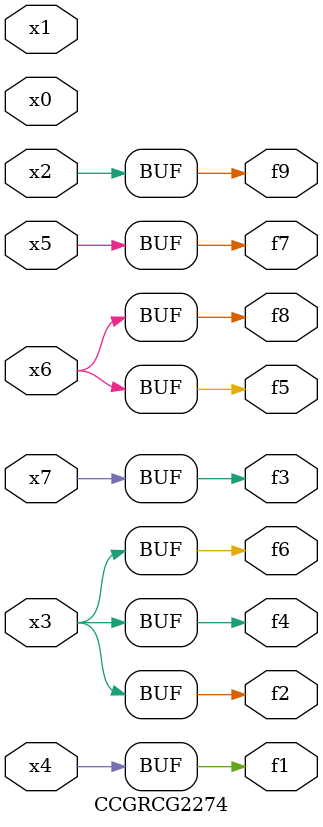
<source format=v>
module CCGRCG2274(
	input x0, x1, x2, x3, x4, x5, x6, x7,
	output f1, f2, f3, f4, f5, f6, f7, f8, f9
);
	assign f1 = x4;
	assign f2 = x3;
	assign f3 = x7;
	assign f4 = x3;
	assign f5 = x6;
	assign f6 = x3;
	assign f7 = x5;
	assign f8 = x6;
	assign f9 = x2;
endmodule

</source>
